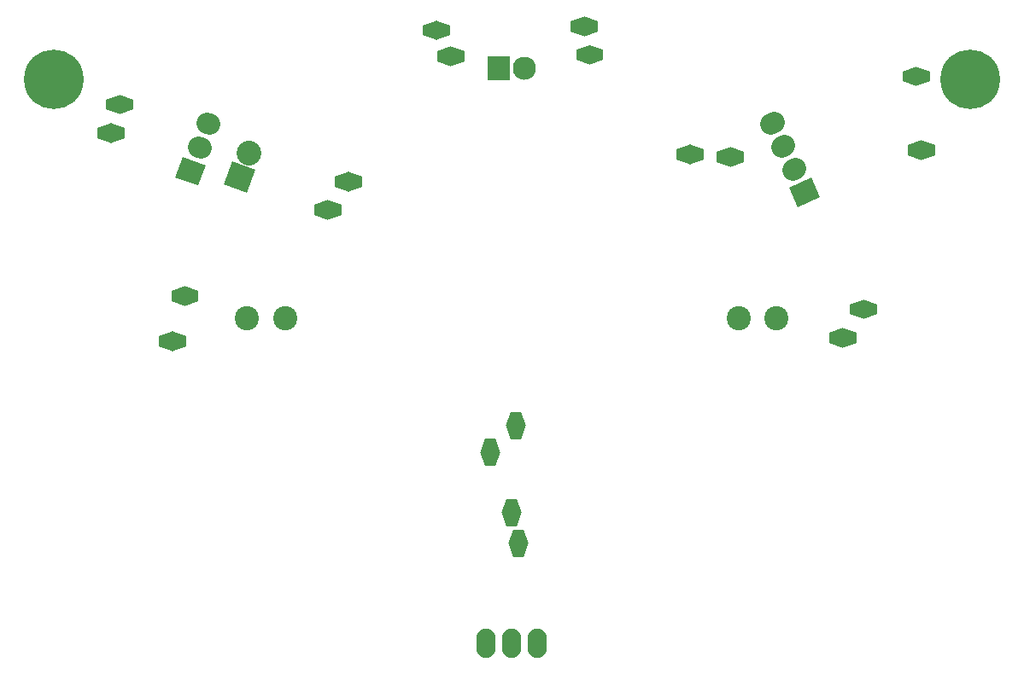
<source format=gbs>
G04 #@! TF.FileFunction,Soldermask,Bot*
%FSLAX46Y46*%
G04 Gerber Fmt 4.6, Leading zero omitted, Abs format (unit mm)*
G04 Created by KiCad (PCBNEW 4.0.6) date 05/08/17 21:21:00*
%MOMM*%
%LPD*%
G01*
G04 APERTURE LIST*
%ADD10C,0.100000*%
%ADD11C,5.900000*%
%ADD12R,2.300000X2.400000*%
%ADD13C,2.300000*%
%ADD14C,2.127200*%
%ADD15C,2.432000*%
%ADD16C,2.400000*%
%ADD17O,1.900000X2.900000*%
G04 APERTURE END LIST*
D10*
G36*
X138285600Y-95170000D02*
X139285600Y-95170000D01*
X139785600Y-96570000D01*
X137785600Y-96570000D01*
X138285600Y-95170000D01*
X138285600Y-95170000D01*
G37*
G36*
X137785600Y-96470000D02*
X139785600Y-96470000D01*
X139285600Y-97870000D01*
X138285600Y-97870000D01*
X137785600Y-96470000D01*
X137785600Y-96470000D01*
G37*
G36*
X138692000Y-86534000D02*
X139692000Y-86534000D01*
X140192000Y-87934000D01*
X138192000Y-87934000D01*
X138692000Y-86534000D01*
X138692000Y-86534000D01*
G37*
G36*
X138192000Y-87834000D02*
X140192000Y-87834000D01*
X139692000Y-89234000D01*
X138692000Y-89234000D01*
X138192000Y-87834000D01*
X138192000Y-87834000D01*
G37*
G36*
X136152000Y-89216000D02*
X137152000Y-89216000D01*
X137652000Y-90616000D01*
X135652000Y-90616000D01*
X136152000Y-89216000D01*
X136152000Y-89216000D01*
G37*
G36*
X135652000Y-90516000D02*
X137652000Y-90516000D01*
X137152000Y-91916000D01*
X136152000Y-91916000D01*
X135652000Y-90516000D01*
X135652000Y-90516000D01*
G37*
G36*
X138946000Y-98218000D02*
X139946000Y-98218000D01*
X140446000Y-99618000D01*
X138446000Y-99618000D01*
X138946000Y-98218000D01*
X138946000Y-98218000D01*
G37*
G36*
X138446000Y-99518000D02*
X140446000Y-99518000D01*
X139946000Y-100918000D01*
X138946000Y-100918000D01*
X138446000Y-99518000D01*
X138446000Y-99518000D01*
G37*
D11*
X93420000Y-53500000D03*
D12*
X137510000Y-52400000D03*
D13*
X140050000Y-52400000D03*
D11*
X184215200Y-53500000D03*
D10*
G36*
X123944800Y-63213600D02*
X123944800Y-64213600D01*
X122544800Y-64713600D01*
X122544800Y-62713600D01*
X123944800Y-63213600D01*
X123944800Y-63213600D01*
G37*
G36*
X122644800Y-62713600D02*
X122644800Y-64713600D01*
X121244800Y-64213600D01*
X121244800Y-63213600D01*
X122644800Y-62713600D01*
X122644800Y-62713600D01*
G37*
G36*
X105424830Y-63237013D02*
X106152375Y-61238098D01*
X108437708Y-62069891D01*
X107710163Y-64068806D01*
X105424830Y-63237013D01*
X105424830Y-63237013D01*
G37*
D14*
X107656791Y-60214509D02*
X107943209Y-60318757D01*
X108525522Y-57827689D02*
X108811940Y-57931937D01*
D10*
G36*
X110241437Y-63926770D02*
X111073230Y-61641437D01*
X113358563Y-62473230D01*
X112526770Y-64758563D01*
X110241437Y-63926770D01*
X110241437Y-63926770D01*
G37*
D15*
X112668731Y-60813181D02*
X112668731Y-60813181D01*
D10*
G36*
X121902400Y-66007600D02*
X121902400Y-67007600D01*
X120502400Y-67507600D01*
X120502400Y-65507600D01*
X121902400Y-66007600D01*
X121902400Y-66007600D01*
G37*
G36*
X120602400Y-65507600D02*
X120602400Y-67507600D01*
X119202400Y-67007600D01*
X119202400Y-66007600D01*
X120602400Y-65507600D01*
X120602400Y-65507600D01*
G37*
G36*
X100410000Y-58377200D02*
X100410000Y-59377200D01*
X99010000Y-59877200D01*
X99010000Y-57877200D01*
X100410000Y-58377200D01*
X100410000Y-58377200D01*
G37*
G36*
X99110000Y-57877200D02*
X99110000Y-59877200D01*
X97710000Y-59377200D01*
X97710000Y-58377200D01*
X99110000Y-57877200D01*
X99110000Y-57877200D01*
G37*
G36*
X101284000Y-55532400D02*
X101284000Y-56532400D01*
X99884000Y-57032400D01*
X99884000Y-55032400D01*
X101284000Y-55532400D01*
X101284000Y-55532400D01*
G37*
G36*
X99984000Y-55032400D02*
X99984000Y-57032400D01*
X98584000Y-56532400D01*
X98584000Y-55532400D01*
X99984000Y-55032400D01*
X99984000Y-55032400D01*
G37*
G36*
X107735600Y-74531600D02*
X107735600Y-75531600D01*
X106335600Y-76031600D01*
X106335600Y-74031600D01*
X107735600Y-74531600D01*
X107735600Y-74531600D01*
G37*
G36*
X106435600Y-74031600D02*
X106435600Y-76031600D01*
X105035600Y-75531600D01*
X105035600Y-74531600D01*
X106435600Y-74031600D01*
X106435600Y-74031600D01*
G37*
G36*
X106506000Y-79002000D02*
X106506000Y-80002000D01*
X105106000Y-80502000D01*
X105106000Y-78502000D01*
X106506000Y-79002000D01*
X106506000Y-79002000D01*
G37*
G36*
X105206000Y-78502000D02*
X105206000Y-80502000D01*
X103806000Y-80002000D01*
X103806000Y-79002000D01*
X105206000Y-78502000D01*
X105206000Y-78502000D01*
G37*
D16*
X161300000Y-77200000D03*
X116300000Y-77200000D03*
X165050000Y-77200000D03*
X112550000Y-77200000D03*
D10*
G36*
X167147427Y-66217853D02*
X166248433Y-64289955D01*
X168452573Y-63262147D01*
X169351567Y-65190045D01*
X167147427Y-66217853D01*
X167147427Y-66217853D01*
G37*
D14*
X166588429Y-62502385D02*
X166864671Y-62373571D01*
X165514978Y-60200363D02*
X165791220Y-60071549D01*
X164441528Y-57898342D02*
X164717770Y-57769528D01*
D10*
G36*
X175035200Y-75852400D02*
X175035200Y-76852400D01*
X173635200Y-77352400D01*
X173635200Y-75352400D01*
X175035200Y-75852400D01*
X175035200Y-75852400D01*
G37*
G36*
X173735200Y-75352400D02*
X173735200Y-77352400D01*
X172335200Y-76852400D01*
X172335200Y-75852400D01*
X173735200Y-75352400D01*
X173735200Y-75352400D01*
G37*
G36*
X172952400Y-78697200D02*
X172952400Y-79697200D01*
X171552400Y-80197200D01*
X171552400Y-78197200D01*
X172952400Y-78697200D01*
X172952400Y-78697200D01*
G37*
G36*
X171652400Y-78197200D02*
X171652400Y-80197200D01*
X170252400Y-79697200D01*
X170252400Y-78697200D01*
X171652400Y-78197200D01*
X171652400Y-78197200D01*
G37*
G36*
X178024800Y-61053600D02*
X178024800Y-60053600D01*
X179424800Y-59553600D01*
X179424800Y-61553600D01*
X178024800Y-61053600D01*
X178024800Y-61053600D01*
G37*
G36*
X179324800Y-61553600D02*
X179324800Y-59553600D01*
X180724800Y-60053600D01*
X180724800Y-61053600D01*
X179324800Y-61553600D01*
X179324800Y-61553600D01*
G37*
G36*
X177516800Y-53738400D02*
X177516800Y-52738400D01*
X178916800Y-52238400D01*
X178916800Y-54238400D01*
X177516800Y-53738400D01*
X177516800Y-53738400D01*
G37*
G36*
X178816800Y-54238400D02*
X178816800Y-52238400D01*
X180216800Y-52738400D01*
X180216800Y-53738400D01*
X178816800Y-54238400D01*
X178816800Y-54238400D01*
G37*
G36*
X155114000Y-61460000D02*
X155114000Y-60460000D01*
X156514000Y-59960000D01*
X156514000Y-61960000D01*
X155114000Y-61460000D01*
X155114000Y-61460000D01*
G37*
G36*
X156414000Y-61960000D02*
X156414000Y-59960000D01*
X157814000Y-60460000D01*
X157814000Y-61460000D01*
X156414000Y-61960000D01*
X156414000Y-61960000D01*
G37*
G36*
X159127200Y-61714000D02*
X159127200Y-60714000D01*
X160527200Y-60214000D01*
X160527200Y-62214000D01*
X159127200Y-61714000D01*
X159127200Y-61714000D01*
G37*
G36*
X160427200Y-62214000D02*
X160427200Y-60214000D01*
X161827200Y-60714000D01*
X161827200Y-61714000D01*
X160427200Y-62214000D01*
X160427200Y-62214000D01*
G37*
G36*
X144649200Y-48760000D02*
X144649200Y-47760000D01*
X146049200Y-47260000D01*
X146049200Y-49260000D01*
X144649200Y-48760000D01*
X144649200Y-48760000D01*
G37*
G36*
X145949200Y-49260000D02*
X145949200Y-47260000D01*
X147349200Y-47760000D01*
X147349200Y-48760000D01*
X145949200Y-49260000D01*
X145949200Y-49260000D01*
G37*
G36*
X145167600Y-51604800D02*
X145167600Y-50604800D01*
X146567600Y-50104800D01*
X146567600Y-52104800D01*
X145167600Y-51604800D01*
X145167600Y-51604800D01*
G37*
G36*
X146467600Y-52104800D02*
X146467600Y-50104800D01*
X147867600Y-50604800D01*
X147867600Y-51604800D01*
X146467600Y-52104800D01*
X146467600Y-52104800D01*
G37*
G36*
X129968000Y-49166400D02*
X129968000Y-48166400D01*
X131368000Y-47666400D01*
X131368000Y-49666400D01*
X129968000Y-49166400D01*
X129968000Y-49166400D01*
G37*
G36*
X131268000Y-49666400D02*
X131268000Y-47666400D01*
X132668000Y-48166400D01*
X132668000Y-49166400D01*
X131268000Y-49666400D01*
X131268000Y-49666400D01*
G37*
G36*
X131390400Y-51757200D02*
X131390400Y-50757200D01*
X132790400Y-50257200D01*
X132790400Y-52257200D01*
X131390400Y-51757200D01*
X131390400Y-51757200D01*
G37*
G36*
X132690400Y-52257200D02*
X132690400Y-50257200D01*
X134090400Y-50757200D01*
X134090400Y-51757200D01*
X132690400Y-52257200D01*
X132690400Y-52257200D01*
G37*
D17*
X138800000Y-109500000D03*
X141340000Y-109500000D03*
X136260000Y-109500000D03*
M02*

</source>
